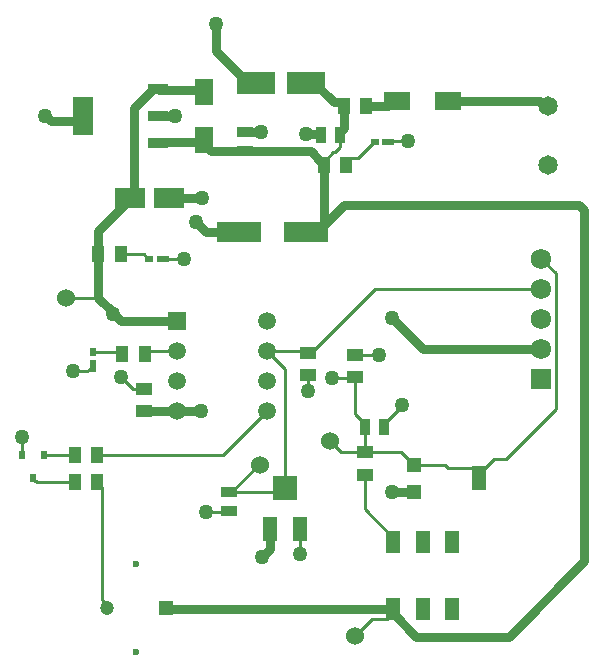
<source format=gtl>
G04*
G04 #@! TF.GenerationSoftware,Altium Limited,Altium Designer,20.2.7 (254)*
G04*
G04 Layer_Physical_Order=1*
G04 Layer_Color=255*
%FSAX25Y25*%
%MOIN*%
G70*
G04*
G04 #@! TF.SameCoordinates,1B070C9D-936C-4A0F-866C-AF898DE0267E*
G04*
G04*
G04 #@! TF.FilePolarity,Positive*
G04*
G01*
G75*
%ADD15C,0.01000*%
%ADD16R,0.02362X0.02756*%
%ADD17R,0.03937X0.05709*%
%ADD18R,0.02756X0.01968*%
%ADD19R,0.04134X0.01968*%
%ADD20R,0.05118X0.07874*%
%ADD21R,0.07874X0.07874*%
%ADD22R,0.03583X0.05472*%
%ADD23R,0.05709X0.03937*%
%ADD24R,0.05118X0.05118*%
%ADD25R,0.05472X0.03583*%
%ADD26R,0.04724X0.07677*%
%ADD27R,0.06890X0.03740*%
%ADD28R,0.06890X0.12598*%
%ADD29R,0.05906X0.08858*%
%ADD30R,0.01968X0.02756*%
%ADD31R,0.01968X0.04134*%
%ADD32R,0.10236X0.07087*%
%ADD33R,0.14567X0.07087*%
%ADD34R,0.09055X0.06102*%
%ADD35R,0.12598X0.07284*%
%ADD36C,0.06000*%
%ADD67C,0.03150*%
%ADD68R,0.05906X0.05906*%
%ADD69C,0.05906*%
%ADD70C,0.02362*%
%ADD71C,0.04724*%
%ADD72R,0.04724X0.04724*%
%ADD73C,0.06496*%
%ADD74R,0.06791X0.06791*%
%ADD75C,0.06791*%
%ADD76C,0.05000*%
D15*
X0014033Y0067823D02*
X0014230D01*
X0014747Y0067306D01*
X0009629Y0082365D02*
X0009646Y0082382D01*
X0024409Y0128740D02*
X0024415Y0128746D01*
X0026772Y0104331D02*
X0031426D01*
X0036196Y0028086D02*
X0037897Y0026385D01*
Y0025377D02*
Y0026385D01*
X0034727Y0067306D02*
X0036196Y0065838D01*
X0042506Y0110610D02*
X0043077Y0110039D01*
X0050557D02*
X0051620Y0111102D01*
X0050217Y0143307D02*
X0051791Y0141732D01*
X0052185D01*
X0078524Y0057579D02*
X0078740Y0057795D01*
Y0064252D02*
X0079685D01*
X0087777Y0072344D02*
Y0073172D01*
X0110338Y0173228D02*
Y0174114D01*
X0114031Y0177266D02*
X0115715Y0178950D01*
X0117818Y0173228D02*
Y0174114D01*
X0119286Y0175583D01*
X0123937Y0085925D02*
Y0086870D01*
X0123917Y0085905D02*
X0123937Y0085925D01*
X0133366Y0023622D02*
Y0025098D01*
X0131504Y0021760D02*
X0133366Y0023622D01*
Y0047343D02*
Y0048819D01*
X0130394Y0085925D02*
Y0086870D01*
X0150601Y0073228D02*
X0151692Y0072138D01*
X0161973Y0070079D02*
X0167092Y0075197D01*
X0009612Y0076575D02*
X0009629Y0076592D01*
Y0082365D01*
X0013352Y0068504D02*
Y0068701D01*
Y0068504D02*
X0014033Y0067823D01*
X0027165Y0076575D02*
X0027362Y0076378D01*
X0042717Y0102362D02*
X0046654Y0098425D01*
X0102362Y0043406D02*
Y0051690D01*
X0115715Y0178950D02*
Y0183186D01*
X0123917Y0058268D02*
Y0069882D01*
Y0077362D02*
Y0085905D01*
X0121665Y0175583D02*
X0126988Y0180905D01*
X0127382D01*
X0136319Y0092795D02*
Y0093110D01*
X0131772Y0180905D02*
X0131870Y0181004D01*
X0138091D02*
X0138189Y0181102D01*
X0161973Y0068701D02*
Y0070079D01*
X0036196Y0028086D02*
Y0065838D01*
X0130394Y0086870D02*
X0136319Y0092795D01*
X0187539Y0091707D02*
Y0136955D01*
X0014747Y0067306D02*
X0027247D01*
X0031426Y0104331D02*
X0033316Y0106220D01*
X0024415Y0128746D02*
X0035141D01*
X0046654Y0098425D02*
X0050295D01*
X0051620Y0111102D02*
X0061344D01*
X0042621Y0143307D02*
X0050217D01*
X0056575Y0141732D02*
X0063779D01*
X0056575Y0141732D02*
X0056575Y0141732D01*
X0070965Y0057579D02*
X0078524D01*
X0079685Y0064252D02*
X0096223D01*
X0097362Y0065391D01*
X0126386Y0021760D02*
X0131504D01*
X0112008Y0081496D02*
X0116142Y0077362D01*
X0123917D01*
X0120669Y0090138D02*
X0123937Y0086870D01*
X0112992Y0102264D02*
X0120669D01*
X0120965Y0109843D02*
X0128839D01*
X0120866Y0109941D02*
X0120965Y0109843D01*
X0120768D02*
X0120866Y0109941D01*
X0105118Y0110531D02*
X0106004D01*
X0104547Y0111102D02*
X0105118Y0110531D01*
X0110338Y0174114D02*
X0113490Y0177266D01*
X0114031D01*
X0119286Y0175583D02*
X0121665D01*
X0159914Y0072138D02*
X0161973Y0070079D01*
X0151692Y0072138D02*
X0159914D01*
X0140320Y0073228D02*
X0150601D01*
X0167092Y0075197D02*
X0171029D01*
X0017093Y0076575D02*
X0027165D01*
X0079685Y0064252D02*
X0087777Y0072344D01*
X0091344Y0111102D02*
X0097362Y0105085D01*
X0120669Y0016043D02*
X0126386Y0021760D01*
X0105118Y0097835D02*
Y0103051D01*
X0120669Y0090138D02*
Y0102264D01*
X0136186Y0077362D02*
X0140320Y0073228D01*
X0182644Y0141850D02*
X0187539Y0136955D01*
X0076620Y0076378D02*
X0091344Y0091102D01*
X0106004Y0110531D02*
X0127323Y0131850D01*
X0171029Y0075197D02*
X0187539Y0091707D01*
X0097362Y0065391D02*
Y0105085D01*
X0033316Y0110610D02*
X0042506D01*
X0123917Y0077362D02*
X0136186D01*
X0091344Y0111102D02*
X0104547D01*
X0127323Y0131850D02*
X0182644D01*
X0034843Y0076378D02*
X0076620D01*
X0131870Y0181004D02*
X0138091D01*
X0123917Y0058268D02*
X0133366Y0048819D01*
D16*
X0013352Y0068701D02*
D03*
X0009612Y0076575D02*
D03*
X0017093D02*
D03*
D17*
X0035141Y0143307D02*
D03*
X0042621D02*
D03*
X0034843Y0076378D02*
D03*
X0027362D02*
D03*
X0034727Y0067306D02*
D03*
X0027247D02*
D03*
X0043077Y0110039D02*
D03*
X0050557D02*
D03*
X0117818Y0173228D02*
D03*
X0110338D02*
D03*
X0116912Y0192717D02*
D03*
X0124393D02*
D03*
D18*
X0052185Y0141732D02*
D03*
X0127382Y0180905D02*
D03*
D19*
X0056575Y0141732D02*
D03*
X0131772Y0180905D02*
D03*
D20*
X0102362Y0051690D02*
D03*
X0092362D02*
D03*
X0161973Y0068701D02*
D03*
D21*
X0097362Y0065391D02*
D03*
D22*
X0109272Y0183186D02*
D03*
X0115728D02*
D03*
X0130394Y0085925D02*
D03*
X0123937D02*
D03*
D23*
X0123917Y0069882D02*
D03*
Y0077362D02*
D03*
X0050295Y0098425D02*
D03*
Y0090945D02*
D03*
X0120768Y0102362D02*
D03*
Y0109843D02*
D03*
X0105118Y0103051D02*
D03*
Y0110531D02*
D03*
D24*
X0140320Y0073228D02*
D03*
Y0064173D02*
D03*
D25*
X0083858Y0184151D02*
D03*
Y0177694D02*
D03*
X0078740Y0057795D02*
D03*
Y0064252D02*
D03*
D26*
X0133366Y0047343D02*
D03*
X0143209D02*
D03*
X0153051D02*
D03*
X0133366Y0025098D02*
D03*
X0143209D02*
D03*
X0153051D02*
D03*
D27*
X0054921Y0180315D02*
D03*
Y0189370D02*
D03*
Y0198425D02*
D03*
D28*
X0030118Y0189370D02*
D03*
D29*
X0070472Y0197441D02*
D03*
Y0181299D02*
D03*
D30*
X0033316Y0110610D02*
D03*
D31*
Y0106220D02*
D03*
D32*
X0045768Y0162008D02*
D03*
X0058760D02*
D03*
D33*
X0081890Y0150869D02*
D03*
X0104331D02*
D03*
D34*
X0151738Y0194446D02*
D03*
X0134809D02*
D03*
D35*
X0104494Y0200526D02*
D03*
X0087565D02*
D03*
D36*
X0024412Y0128743D02*
D03*
X0088967Y0073265D02*
D03*
X0112519Y0080985D02*
D03*
X0120669Y0016043D02*
D03*
D67*
X0045472Y0161417D02*
X0047047D01*
X0053347Y0198425D02*
X0054921D01*
X0061344Y0091102D02*
X0061502Y0090945D01*
X0061266Y0091024D02*
X0061344Y0091102D01*
X0061029Y0121102D02*
X0061187Y0121260D01*
X0061344Y0121102D01*
X0058760Y0162008D02*
X0058957Y0162205D01*
X0067669Y0154018D02*
X0070859Y0150828D01*
X0083858Y0184151D02*
X0083909Y0184201D01*
X0108071Y0150869D02*
X0110338Y0153136D01*
X0109058Y0174508D02*
X0109944D01*
X0109132Y0183325D02*
X0109272Y0183186D01*
X0115715Y0184131D02*
X0116912Y0185329D01*
X0115715Y0183186D02*
Y0184131D01*
X0116519Y0193996D02*
X0116912Y0193602D01*
X0133227Y0023761D02*
X0133366Y0023622D01*
X0133227Y0023761D02*
Y0025238D01*
X0133046Y0064198D02*
X0133078Y0064166D01*
X0131603Y0192717D02*
X0133333Y0194446D01*
X0134809D01*
X0140313Y0064166D02*
X0140320Y0064173D01*
X0028353Y0187605D02*
X0030118Y0189370D01*
X0035141Y0128746D02*
Y0143307D01*
Y0151086D01*
X0054921Y0180315D02*
X0055216Y0180610D01*
X0054921Y0198425D02*
X0055216Y0198130D01*
X0069784Y0180610D02*
X0070472Y0181299D01*
Y0179823D02*
Y0181299D01*
X0069784Y0198130D02*
X0070472Y0197441D01*
X0092293Y0045168D02*
Y0051621D01*
X0092362Y0051690D01*
X0109944Y0174508D02*
X0110338Y0174114D01*
X0195301Y0159843D02*
X0197146Y0157998D01*
X0047047Y0161417D02*
Y0192126D01*
X0110338Y0153136D02*
Y0173228D01*
X0116912Y0185329D02*
Y0193602D01*
X0197146Y0041043D02*
Y0157998D01*
X0057582Y0025377D02*
X0057721Y0025238D01*
X0050295Y0090945D02*
X0050374Y0091024D01*
X0061266D01*
X0042784Y0121102D02*
X0061029D01*
X0070859Y0150828D02*
X0081849D01*
X0081890Y0150869D01*
X0072601Y0177694D02*
X0083858D01*
X0083909Y0184201D02*
X0089319D01*
X0089370Y0184252D01*
X0084907Y0200526D02*
X0087565D01*
X0104331Y0150869D02*
X0108071D01*
X0105872Y0177694D02*
X0109058Y0174508D01*
X0104484Y0183325D02*
X0109132D01*
X0104344Y0183465D02*
X0104484Y0183325D01*
X0113681Y0193996D02*
X0116519D01*
X0104494Y0200526D02*
X0107152D01*
X0182289Y0194446D02*
X0184019Y0192717D01*
X0184924D01*
X0017224Y0189272D02*
X0017725D01*
X0019392Y0187605D02*
X0028353D01*
X0017725Y0189272D02*
X0019392Y0187605D01*
X0039862Y0123524D02*
X0040363D01*
X0039862D02*
Y0124024D01*
X0054921Y0189370D02*
X0060630D01*
X0047047Y0192126D02*
X0053347Y0198425D01*
X0089645Y0042520D02*
X0092293Y0045168D01*
X0074410Y0211024D02*
X0084907Y0200526D01*
X0107152D02*
X0113681Y0193996D01*
X0040363Y0123524D02*
X0042784Y0121102D01*
X0074410Y0211024D02*
Y0220177D01*
X0110338Y0153136D02*
X0117044Y0159843D01*
X0061502Y0090945D02*
X0069390D01*
X0058957Y0162205D02*
X0069587D01*
X0141142Y0015846D02*
X0171949D01*
X0133078Y0064166D02*
X0140313D01*
X0143268Y0111850D02*
X0182644D01*
X0117044Y0159843D02*
X0195301D01*
X0151738Y0194446D02*
X0182289D01*
X0124393Y0192717D02*
X0131603D01*
X0035141Y0128746D02*
X0039862Y0124024D01*
X0055216Y0180610D02*
X0069784D01*
X0070472Y0179823D02*
X0072601Y0177694D01*
X0055216Y0198130D02*
X0069784D01*
X0035141Y0151086D02*
X0045472Y0161417D01*
X0133366Y0023622D02*
X0141142Y0015846D01*
X0171949D02*
X0197146Y0041043D01*
X0132972Y0122146D02*
X0143268Y0111850D01*
X0057721Y0025238D02*
X0133227D01*
X0083858Y0177694D02*
X0105872D01*
D68*
X0061344Y0121102D02*
D03*
D69*
Y0111102D02*
D03*
Y0101102D02*
D03*
Y0091102D02*
D03*
X0091344Y0121102D02*
D03*
Y0111102D02*
D03*
Y0101102D02*
D03*
Y0091102D02*
D03*
D70*
X0047739Y0040141D02*
D03*
Y0010613D02*
D03*
D71*
X0037897Y0025377D02*
D03*
D72*
X0057582D02*
D03*
D73*
X0184924Y0173031D02*
D03*
Y0192717D02*
D03*
D74*
X0182644Y0101850D02*
D03*
D75*
Y0111850D02*
D03*
Y0121850D02*
D03*
Y0131850D02*
D03*
Y0141850D02*
D03*
D76*
X0133046Y0064198D02*
D03*
X0060630Y0189370D02*
D03*
X0069587Y0162205D02*
D03*
X0069390Y0090945D02*
D03*
X0132972Y0122146D02*
D03*
X0026772Y0104331D02*
D03*
X0089370Y0184252D02*
D03*
X0009646Y0082382D02*
D03*
X0017224Y0189272D02*
D03*
X0042717Y0102362D02*
D03*
X0063779Y0141732D02*
D03*
X0089645Y0042520D02*
D03*
X0074410Y0220177D02*
D03*
X0112992Y0102264D02*
D03*
X0128839Y0109843D02*
D03*
X0105118Y0097835D02*
D03*
X0136319Y0093110D02*
D03*
X0138189Y0181102D02*
D03*
X0104344Y0183465D02*
D03*
X0070965Y0057579D02*
D03*
X0102362Y0043406D02*
D03*
X0067669Y0154018D02*
D03*
X0039862Y0123524D02*
D03*
M02*

</source>
